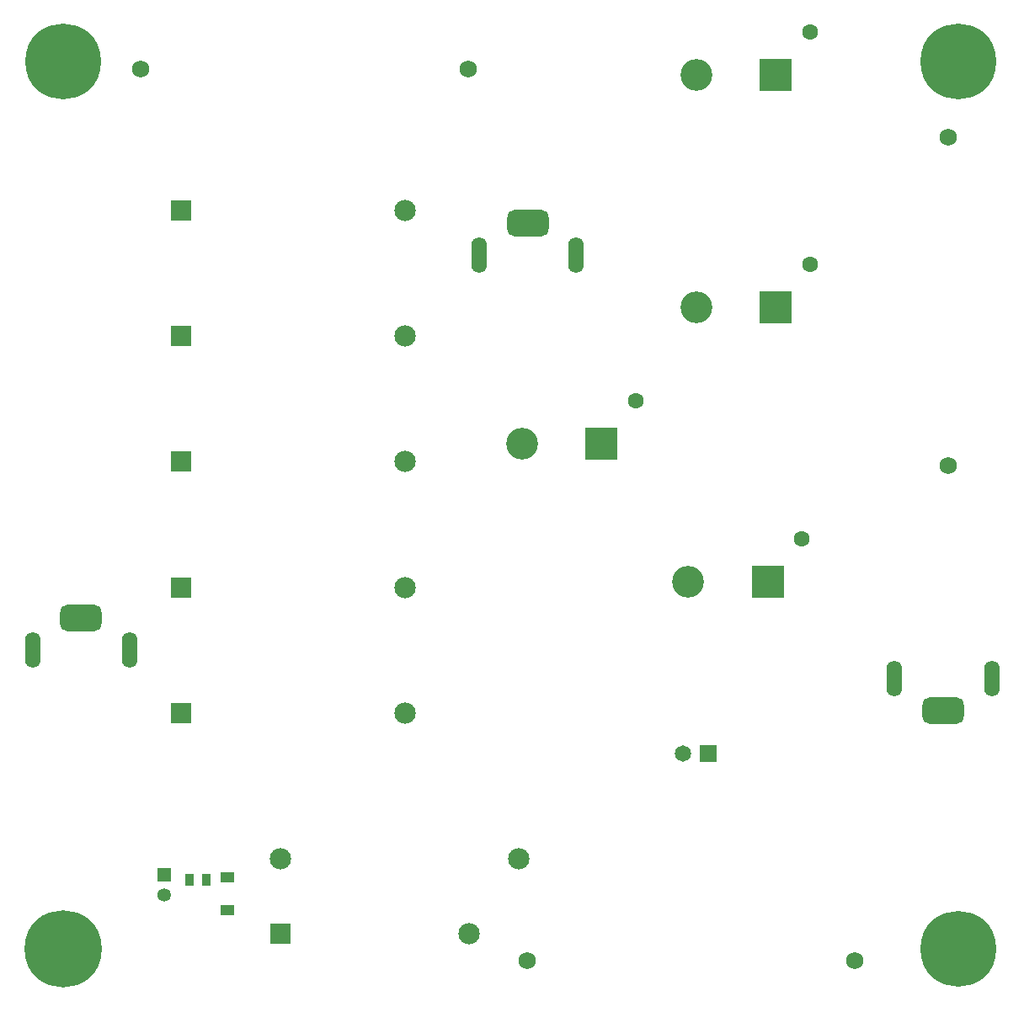
<source format=gts>
G04*
G04 #@! TF.GenerationSoftware,Altium Limited,Altium Designer,20.0.13 (296)*
G04*
G04 Layer_Color=8388736*
%FSLAX25Y25*%
%MOIN*%
G70*
G01*
G75*
%ADD18R,0.03356X0.04537*%
%ADD19R,0.05399X0.04198*%
%ADD20C,0.06506*%
%ADD21R,0.06506X0.06506*%
G04:AMPARAMS|DCode=22|XSize=163.48mil|YSize=104.43mil|CornerRadius=27.61mil|HoleSize=0mil|Usage=FLASHONLY|Rotation=0.000|XOffset=0mil|YOffset=0mil|HoleType=Round|Shape=RoundedRectangle|*
%AMROUNDEDRECTD22*
21,1,0.16348,0.04921,0,0,0.0*
21,1,0.10827,0.10443,0,0,0.0*
1,1,0.05521,0.05413,-0.02461*
1,1,0.05521,-0.05413,-0.02461*
1,1,0.05521,-0.05413,0.02461*
1,1,0.05521,0.05413,0.02461*
%
%ADD22ROUNDEDRECTD22*%
%ADD23O,0.06112X0.14183*%
%ADD24C,0.12600*%
%ADD25R,0.12600X0.12600*%
%ADD26C,0.06299*%
%ADD27C,0.06899*%
%ADD28C,0.30000*%
%ADD29C,0.30600*%
%ADD30C,0.08474*%
%ADD31R,0.08474X0.08474*%
%ADD32C,0.05324*%
%ADD33R,0.05324X0.05324*%
D18*
X76346Y50000D02*
D03*
X69653D02*
D03*
D19*
X84500Y50950D02*
D03*
Y38050D02*
D03*
D20*
X265000Y100000D02*
D03*
D21*
X275000D02*
D03*
D22*
X203383Y310000D02*
D03*
X26709Y153598D02*
D03*
X368000Y117000D02*
D03*
D23*
X184091Y297402D02*
D03*
X222674D02*
D03*
X7417Y141000D02*
D03*
X46000D02*
D03*
X387291Y129598D02*
D03*
X348709D02*
D03*
D24*
X270311Y368657D02*
D03*
Y276658D02*
D03*
X267000Y168000D02*
D03*
X201311Y222657D02*
D03*
D25*
X301689Y368657D02*
D03*
Y276658D02*
D03*
X298378Y168000D02*
D03*
X232689Y222657D02*
D03*
D26*
X315272Y385784D02*
D03*
Y293783D02*
D03*
X311961Y185126D02*
D03*
X246272Y239784D02*
D03*
D27*
X333000Y18000D02*
D03*
X203079D02*
D03*
X370000Y214000D02*
D03*
Y343921D02*
D03*
X180000Y371000D02*
D03*
X50079D02*
D03*
D28*
X374000Y22500D02*
D03*
Y374000D02*
D03*
X19500D02*
D03*
D29*
Y22500D02*
D03*
D30*
X199945Y58382D02*
D03*
X180102Y28618D02*
D03*
X105693Y58382D02*
D03*
X154791Y265250D02*
D03*
Y165750D02*
D03*
Y215500D02*
D03*
Y315000D02*
D03*
Y116000D02*
D03*
D31*
X105693Y28618D02*
D03*
X66209Y265250D02*
D03*
Y165750D02*
D03*
Y215500D02*
D03*
Y315000D02*
D03*
Y116000D02*
D03*
D32*
X59665Y44063D02*
D03*
D33*
Y51937D02*
D03*
M02*

</source>
